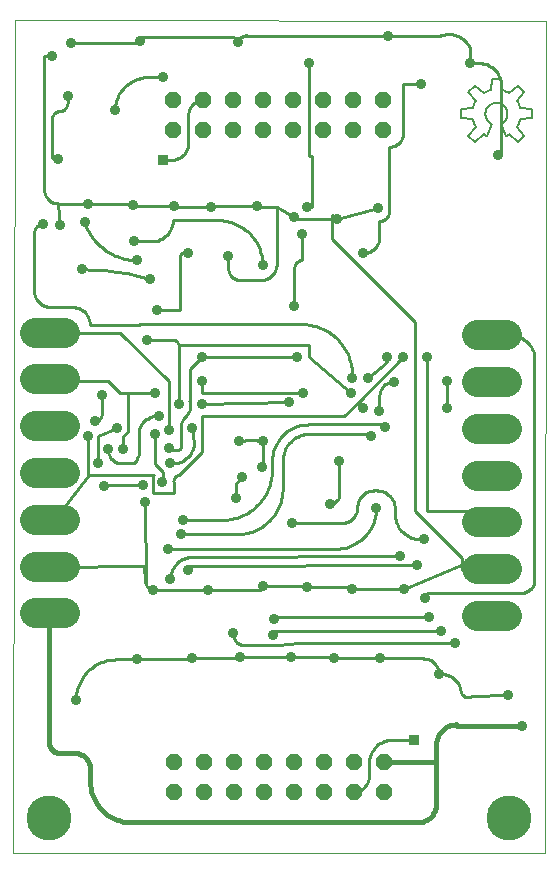
<source format=gtl>
G75*
G70*
%OFA0B0*%
%FSLAX24Y24*%
%IPPOS*%
%LPD*%
%AMOC8*
5,1,8,0,0,1.08239X$1,22.5*
%
%ADD10C,0.0000*%
%ADD11C,0.1004*%
%ADD12OC8,0.0560*%
%ADD13C,0.0356*%
%ADD14C,0.0100*%
%ADD15C,0.0360*%
%ADD16C,0.0160*%
%ADD17R,0.0356X0.0356*%
%ADD18C,0.0079*%
%ADD19C,0.1502*%
D10*
X000860Y000100D02*
X000900Y027856D01*
X018601Y027844D01*
X018577Y000100D01*
X000860Y000100D01*
D11*
X001587Y008096D02*
X002591Y008096D01*
X002591Y009655D02*
X001587Y009655D01*
X001587Y011214D02*
X002591Y011214D01*
X002591Y012773D02*
X001587Y012773D01*
X001587Y014332D02*
X002591Y014332D01*
X002591Y015891D02*
X001587Y015891D01*
X001587Y017450D02*
X002591Y017450D01*
X016311Y017364D02*
X017315Y017364D01*
X017315Y015805D02*
X016311Y015805D01*
X016311Y014246D02*
X017315Y014246D01*
X017315Y012687D02*
X016311Y012687D01*
X016311Y011128D02*
X017315Y011128D01*
X017315Y009569D02*
X016311Y009569D01*
X016311Y008009D02*
X017315Y008009D01*
D12*
X013215Y003155D03*
X013215Y002155D03*
X012215Y002155D03*
X012215Y003155D03*
X011215Y003155D03*
X011215Y002155D03*
X010215Y002155D03*
X010215Y003155D03*
X009215Y003155D03*
X009215Y002155D03*
X008215Y002155D03*
X008215Y003155D03*
X007215Y003155D03*
X007215Y002155D03*
X006215Y002155D03*
X006215Y003155D03*
X006199Y024198D03*
X006199Y025198D03*
X007199Y025198D03*
X007199Y024198D03*
X008199Y024198D03*
X008199Y025198D03*
X009199Y025198D03*
X009199Y024198D03*
X010199Y024198D03*
X010199Y025198D03*
X011199Y025198D03*
X011199Y024198D03*
X012199Y024198D03*
X012199Y025198D03*
X013199Y025198D03*
X013199Y024198D03*
D13*
X014443Y025730D03*
X013341Y027344D03*
X010703Y026439D03*
X008341Y027147D03*
X005860Y025966D03*
X005073Y027187D03*
X004246Y024864D03*
X002671Y025336D03*
X002160Y026675D03*
X002790Y027108D03*
X002357Y023250D03*
X003341Y021754D03*
X003238Y021131D03*
X002430Y021050D03*
X001845Y021084D03*
X003140Y019560D03*
X004876Y020494D03*
X004985Y019876D03*
X005400Y019250D03*
X005664Y018210D03*
X005320Y017200D03*
X003813Y015376D03*
X003577Y014509D03*
X004325Y014273D03*
X004503Y013574D03*
X003695Y013092D03*
X003892Y012344D03*
X005191Y012383D03*
X005820Y012480D03*
X006097Y013092D03*
X005585Y014076D03*
X006804Y014283D03*
X008380Y013840D03*
X009140Y012980D03*
X008470Y012640D03*
X008280Y011940D03*
X009168Y013840D03*
X010160Y011100D03*
X011412Y011754D03*
X011727Y013171D03*
X012790Y013998D03*
X013065Y014824D03*
X013262Y014313D03*
X012514Y014943D03*
X012671Y015927D03*
X012149Y015936D03*
X013301Y016635D03*
X013538Y015809D03*
X015309Y015848D03*
X015309Y014943D03*
X012960Y011620D03*
X013734Y010021D03*
X014325Y009706D03*
X014551Y010560D03*
X013892Y008919D03*
X014572Y008611D03*
X014719Y007974D03*
X015112Y007502D03*
X015585Y007108D03*
X015050Y006060D03*
X013090Y006590D03*
X011560Y006590D03*
X010112Y006635D03*
X009522Y007383D03*
X009561Y007895D03*
X009168Y008998D03*
X008183Y007423D03*
X008420Y006635D03*
X006805Y006596D03*
X007357Y008880D03*
X006687Y009549D03*
X006097Y009234D03*
X005506Y008880D03*
X006000Y010240D03*
X006451Y010730D03*
X006530Y011202D03*
X004994Y006557D03*
X002947Y005218D03*
X010664Y008958D03*
X012160Y008919D03*
X017360Y005364D03*
X017829Y004352D03*
X010231Y018347D03*
X009168Y019706D03*
X008026Y020021D03*
X007435Y021635D03*
X006687Y020100D03*
X006215Y021675D03*
X004837Y021714D03*
X008971Y021675D03*
X010231Y021320D03*
X010664Y021635D03*
X010467Y020730D03*
X011648Y021242D03*
X012514Y020100D03*
X013026Y021596D03*
X016097Y026439D03*
X017002Y023368D03*
D14*
X017022Y023370D01*
X017042Y023375D01*
X017061Y023384D01*
X017078Y023396D01*
X017092Y023410D01*
X017104Y023427D01*
X017113Y023446D01*
X017118Y023466D01*
X017120Y023486D01*
X017120Y025691D01*
X017118Y025744D01*
X017112Y025797D01*
X017103Y025850D01*
X017090Y025902D01*
X017073Y025952D01*
X017052Y026002D01*
X017029Y026049D01*
X017001Y026095D01*
X016971Y026139D01*
X016937Y026181D01*
X016901Y026220D01*
X016862Y026256D01*
X016820Y026290D01*
X016776Y026320D01*
X016730Y026348D01*
X016683Y026371D01*
X016633Y026392D01*
X016583Y026409D01*
X016531Y026422D01*
X016478Y026431D01*
X016425Y026437D01*
X016372Y026439D01*
X016097Y026439D01*
X016097Y026911D01*
X016096Y026911D02*
X016075Y026960D01*
X016049Y027008D01*
X016021Y027053D01*
X015990Y027097D01*
X015955Y027138D01*
X015918Y027177D01*
X015879Y027213D01*
X015837Y027247D01*
X015793Y027277D01*
X015747Y027305D01*
X015699Y027329D01*
X015649Y027350D01*
X015599Y027367D01*
X015547Y027381D01*
X015494Y027392D01*
X015441Y027399D01*
X015387Y027402D01*
X015334Y027401D01*
X015280Y027397D01*
X015227Y027389D01*
X015175Y027378D01*
X015123Y027363D01*
X015073Y027344D01*
X013341Y027344D01*
X008695Y027344D01*
X008695Y027345D02*
X008663Y027352D01*
X008631Y027356D01*
X008599Y027356D01*
X008567Y027352D01*
X008536Y027345D01*
X008506Y027334D01*
X008477Y027320D01*
X008449Y027303D01*
X008424Y027283D01*
X008402Y027260D01*
X008382Y027235D01*
X008365Y027207D01*
X008351Y027178D01*
X008340Y027148D01*
X008341Y027148D02*
X008330Y027176D01*
X008316Y027202D01*
X008298Y027226D01*
X008278Y027248D01*
X008255Y027268D01*
X008230Y027285D01*
X008203Y027298D01*
X008174Y027308D01*
X008145Y027315D01*
X008115Y027318D01*
X008085Y027317D01*
X008055Y027313D01*
X008026Y027305D01*
X005191Y027305D01*
X005171Y027303D01*
X005151Y027298D01*
X005132Y027289D01*
X005115Y027277D01*
X005101Y027263D01*
X005089Y027246D01*
X005080Y027227D01*
X005075Y027207D01*
X005073Y027187D01*
X005062Y027166D01*
X005048Y027147D01*
X005031Y027131D01*
X005012Y027117D01*
X004991Y027107D01*
X004968Y027100D01*
X004945Y027096D01*
X004921Y027097D01*
X004898Y027101D01*
X004876Y027108D01*
X002790Y027108D01*
X002160Y026675D02*
X001884Y026675D01*
X001884Y022226D01*
X001885Y022226D02*
X001887Y022185D01*
X001892Y022144D01*
X001901Y022104D01*
X001913Y022065D01*
X001929Y022027D01*
X001948Y021990D01*
X001970Y021955D01*
X001995Y021923D01*
X002023Y021892D01*
X002054Y021864D01*
X002086Y021839D01*
X002121Y021817D01*
X002158Y021798D01*
X002196Y021782D01*
X002235Y021770D01*
X002275Y021761D01*
X002316Y021756D01*
X002357Y021754D01*
X002430Y021050D01*
X001845Y021084D02*
X001845Y020966D01*
X001845Y021084D02*
X001813Y021082D01*
X001782Y021077D01*
X001751Y021068D01*
X001722Y021056D01*
X001694Y021040D01*
X001668Y021022D01*
X001644Y021001D01*
X001623Y020977D01*
X001605Y020951D01*
X001589Y020923D01*
X001577Y020894D01*
X001568Y020863D01*
X001563Y020832D01*
X001561Y020800D01*
X001560Y020800D02*
X001560Y020740D01*
X001552Y020738D01*
X001546Y020734D01*
X001542Y020728D01*
X001540Y020720D01*
X001540Y018870D01*
X001542Y018825D01*
X001547Y018781D01*
X001556Y018737D01*
X001568Y018694D01*
X001583Y018652D01*
X001602Y018611D01*
X001624Y018572D01*
X001649Y018535D01*
X001677Y018500D01*
X001707Y018467D01*
X001740Y018437D01*
X001775Y018409D01*
X001812Y018384D01*
X001851Y018362D01*
X001892Y018343D01*
X001934Y018328D01*
X001977Y018316D01*
X002021Y018307D01*
X002065Y018302D01*
X002110Y018300D01*
X002830Y018300D01*
X002876Y018298D01*
X002921Y018293D01*
X002965Y018284D01*
X003009Y018272D01*
X003052Y018256D01*
X003093Y018237D01*
X003133Y018215D01*
X003171Y018189D01*
X003207Y018161D01*
X003240Y018130D01*
X003271Y018097D01*
X003299Y018061D01*
X003325Y018023D01*
X003347Y017983D01*
X003366Y017942D01*
X003382Y017899D01*
X003394Y017855D01*
X003403Y017811D01*
X003408Y017766D01*
X003410Y017720D01*
X005055Y017720D01*
X005062Y017721D01*
X005068Y017725D01*
X005072Y017731D01*
X005073Y017738D01*
X010546Y017738D01*
X010231Y018347D02*
X010231Y019628D01*
X010233Y019656D01*
X010238Y019684D01*
X010246Y019712D01*
X010258Y019738D01*
X010273Y019762D01*
X010290Y019784D01*
X010311Y019805D01*
X010333Y019822D01*
X010357Y019837D01*
X010383Y019849D01*
X010411Y019857D01*
X010439Y019862D01*
X010467Y019864D01*
X010467Y020730D01*
X010309Y021242D02*
X011648Y021242D01*
X011490Y021360D01*
X011490Y020572D01*
X014246Y017817D01*
X014246Y011517D01*
X015821Y009943D01*
X015821Y009549D01*
X016609Y009549D01*
X016813Y009569D01*
X016811Y009607D01*
X016806Y009645D01*
X016797Y009682D01*
X016785Y009718D01*
X016770Y009753D01*
X016751Y009786D01*
X016730Y009818D01*
X016705Y009847D01*
X016678Y009874D01*
X016649Y009899D01*
X016617Y009920D01*
X016584Y009939D01*
X016549Y009954D01*
X016513Y009966D01*
X016476Y009975D01*
X016438Y009980D01*
X016400Y009982D01*
X013892Y008919D01*
X012160Y008919D01*
X012146Y008916D01*
X012132Y008916D01*
X012119Y008920D01*
X012106Y008926D01*
X012096Y008935D01*
X012087Y008946D01*
X012081Y008958D01*
X010664Y008958D01*
X010664Y008959D02*
X010658Y008971D01*
X010649Y008982D01*
X010639Y008991D01*
X010626Y008997D01*
X010613Y009001D01*
X010599Y009001D01*
X010585Y008998D01*
X009168Y008998D01*
X009167Y008998D02*
X009169Y008980D01*
X009168Y008963D01*
X009164Y008946D01*
X009157Y008930D01*
X009147Y008915D01*
X009135Y008903D01*
X009121Y008893D01*
X009105Y008885D01*
X009089Y008880D01*
X007357Y008880D01*
X005506Y008880D01*
X005506Y008879D02*
X005476Y008884D01*
X005446Y008892D01*
X005417Y008904D01*
X005390Y008919D01*
X005364Y008936D01*
X005341Y008957D01*
X005320Y008980D01*
X005301Y009005D01*
X005286Y009032D01*
X005274Y009060D01*
X005265Y009090D01*
X005259Y009121D01*
X005257Y009152D01*
X005258Y009183D01*
X005229Y009660D01*
X005270Y009116D01*
X005260Y011802D01*
X005520Y012110D02*
X005500Y012130D01*
X005500Y012660D01*
X005560Y012720D01*
X003341Y012710D01*
X003341Y013998D01*
X003695Y013998D02*
X003695Y013092D01*
X003341Y012710D02*
X003341Y012659D01*
X002435Y011517D01*
X002089Y011214D01*
X003141Y019560D02*
X003522Y019553D01*
X003903Y019528D01*
X004282Y019485D01*
X004658Y019424D01*
X005032Y019346D01*
X005401Y019250D01*
X005664Y018210D02*
X006412Y018210D01*
X006412Y020021D01*
X006412Y020022D02*
X006426Y020044D01*
X006443Y020064D01*
X006463Y020082D01*
X006485Y020097D01*
X006508Y020109D01*
X006533Y020118D01*
X006559Y020124D01*
X006586Y020126D01*
X006612Y020125D01*
X006638Y020120D01*
X006664Y020112D01*
X006688Y020100D01*
X006175Y021202D02*
X007671Y021202D01*
X007436Y021635D02*
X007437Y021645D01*
X007441Y021654D01*
X007447Y021663D01*
X007456Y021669D01*
X007465Y021673D01*
X007475Y021674D01*
X007475Y021675D02*
X008971Y021675D01*
X008972Y021665D01*
X008976Y021655D01*
X008982Y021647D01*
X008991Y021641D01*
X009000Y021637D01*
X009010Y021636D01*
X009010Y021635D02*
X009640Y021635D01*
X009640Y019746D01*
X009638Y019700D01*
X009632Y019655D01*
X009623Y019611D01*
X009610Y019567D01*
X009594Y019525D01*
X009574Y019484D01*
X009550Y019445D01*
X009524Y019408D01*
X009494Y019373D01*
X009462Y019341D01*
X009427Y019311D01*
X009390Y019285D01*
X009351Y019261D01*
X009310Y019241D01*
X009268Y019225D01*
X009224Y019212D01*
X009180Y019203D01*
X009135Y019197D01*
X009089Y019195D01*
X009089Y019194D02*
X008420Y019194D01*
X008381Y019196D01*
X008343Y019202D01*
X008306Y019211D01*
X008269Y019224D01*
X008234Y019241D01*
X008201Y019260D01*
X008170Y019283D01*
X008141Y019309D01*
X008115Y019338D01*
X008092Y019369D01*
X008073Y019402D01*
X008056Y019437D01*
X008043Y019474D01*
X008034Y019511D01*
X008028Y019549D01*
X008026Y019588D01*
X008026Y020021D01*
X009167Y019706D02*
X009165Y019782D01*
X009159Y019857D01*
X009150Y019933D01*
X009136Y020007D01*
X009119Y020081D01*
X009098Y020154D01*
X009074Y020226D01*
X009046Y020296D01*
X009014Y020365D01*
X008979Y020432D01*
X008941Y020497D01*
X008899Y020561D01*
X008854Y020622D01*
X008806Y020680D01*
X008755Y020737D01*
X008702Y020790D01*
X008645Y020841D01*
X008587Y020889D01*
X008526Y020934D01*
X008462Y020976D01*
X008397Y021014D01*
X008330Y021049D01*
X008261Y021081D01*
X008191Y021109D01*
X008119Y021133D01*
X008046Y021154D01*
X007972Y021171D01*
X007898Y021185D01*
X007822Y021194D01*
X007747Y021200D01*
X007671Y021202D01*
X007435Y021635D02*
X006254Y021635D01*
X006254Y021636D02*
X006244Y021637D01*
X006235Y021641D01*
X006226Y021647D01*
X006220Y021655D01*
X006216Y021665D01*
X006215Y021675D01*
X004876Y021675D01*
X004866Y021676D01*
X004857Y021680D01*
X004848Y021686D01*
X004842Y021694D01*
X004838Y021704D01*
X004837Y021714D01*
X004836Y021714D02*
X004835Y021724D01*
X004831Y021733D01*
X004825Y021742D01*
X004817Y021748D01*
X004807Y021752D01*
X004797Y021753D01*
X004797Y021754D02*
X003341Y021754D01*
X002357Y021754D01*
X002357Y023250D02*
X002357Y023289D01*
X002160Y023289D01*
X002160Y024509D01*
X002160Y024510D02*
X002153Y024539D01*
X002149Y024569D01*
X002150Y024599D01*
X002154Y024628D01*
X002161Y024658D01*
X002172Y024686D01*
X002187Y024712D01*
X002204Y024736D01*
X002224Y024759D01*
X002247Y024778D01*
X002272Y024795D01*
X002299Y024808D01*
X002327Y024818D01*
X002357Y024825D01*
X002357Y024824D02*
X002390Y024826D01*
X002422Y024831D01*
X002454Y024839D01*
X002485Y024851D01*
X002514Y024866D01*
X002542Y024884D01*
X002568Y024905D01*
X002591Y024928D01*
X002612Y024954D01*
X002630Y024981D01*
X002645Y025011D01*
X002657Y025042D01*
X002665Y025074D01*
X002670Y025106D01*
X002672Y025139D01*
X002671Y025139D02*
X002671Y025336D01*
X003238Y021131D02*
X003266Y021050D01*
X003297Y020971D01*
X003332Y020893D01*
X003370Y020816D01*
X003413Y020742D01*
X003458Y020670D01*
X003508Y020600D01*
X003560Y020532D01*
X003616Y020468D01*
X003674Y020405D01*
X003736Y020346D01*
X003800Y020290D01*
X003867Y020237D01*
X003937Y020187D01*
X004008Y020140D01*
X004082Y020097D01*
X004158Y020058D01*
X004236Y020022D01*
X004315Y019990D01*
X004396Y019962D01*
X004478Y019938D01*
X004561Y019917D01*
X004644Y019901D01*
X004729Y019889D01*
X004814Y019881D01*
X004900Y019877D01*
X004985Y019876D01*
X004876Y020494D02*
X005467Y020494D01*
X005467Y020493D02*
X005518Y020495D01*
X005568Y020500D01*
X005618Y020509D01*
X005667Y020522D01*
X005715Y020538D01*
X005762Y020557D01*
X005807Y020580D01*
X005850Y020606D01*
X005892Y020634D01*
X005931Y020666D01*
X005968Y020701D01*
X006003Y020738D01*
X006035Y020777D01*
X006063Y020819D01*
X006089Y020862D01*
X006112Y020907D01*
X006131Y020954D01*
X006147Y021002D01*
X006160Y021051D01*
X006169Y021101D01*
X006174Y021151D01*
X006176Y021202D01*
X006136Y023210D02*
X005860Y023210D01*
X006136Y023210D02*
X006182Y023212D01*
X006227Y023218D01*
X006271Y023227D01*
X006315Y023240D01*
X006357Y023256D01*
X006398Y023276D01*
X006437Y023300D01*
X006474Y023326D01*
X006509Y023356D01*
X006541Y023388D01*
X006571Y023423D01*
X006597Y023460D01*
X006621Y023499D01*
X006641Y023540D01*
X006657Y023582D01*
X006670Y023626D01*
X006679Y023670D01*
X006685Y023715D01*
X006687Y023761D01*
X006687Y024687D01*
X006689Y024729D01*
X006694Y024771D01*
X006703Y024813D01*
X006715Y024853D01*
X006730Y024893D01*
X006749Y024931D01*
X006770Y024967D01*
X006795Y025001D01*
X006822Y025034D01*
X006852Y025064D01*
X006885Y025091D01*
X006919Y025116D01*
X006955Y025137D01*
X006993Y025156D01*
X007033Y025171D01*
X007073Y025183D01*
X007115Y025192D01*
X007157Y025197D01*
X007199Y025199D01*
X005939Y025966D02*
X005860Y025966D01*
X005349Y025966D01*
X005285Y025964D01*
X005221Y025959D01*
X005158Y025949D01*
X005095Y025936D01*
X005033Y025920D01*
X004972Y025900D01*
X004913Y025876D01*
X004854Y025849D01*
X004798Y025818D01*
X004743Y025785D01*
X004691Y025748D01*
X004641Y025708D01*
X004593Y025666D01*
X004547Y025620D01*
X004505Y025572D01*
X004465Y025522D01*
X004428Y025470D01*
X004395Y025415D01*
X004364Y025359D01*
X004337Y025300D01*
X004313Y025241D01*
X004293Y025180D01*
X004277Y025118D01*
X004264Y025055D01*
X004254Y024992D01*
X004249Y024928D01*
X004247Y024864D01*
X004404Y017423D02*
X002435Y017423D01*
X002089Y017450D01*
X002089Y015891D02*
X002435Y015848D01*
X004010Y015848D01*
X004404Y015454D01*
X004679Y015454D01*
X004679Y014155D01*
X004522Y013998D01*
X004503Y013574D01*
X004443Y013092D02*
X004402Y013096D01*
X004360Y013104D01*
X004320Y013115D01*
X004281Y013130D01*
X004244Y013149D01*
X004208Y013171D01*
X004175Y013196D01*
X004144Y013224D01*
X004115Y013255D01*
X004090Y013288D01*
X004068Y013323D01*
X004049Y013361D01*
X004034Y013400D01*
X004022Y013440D01*
X004015Y013481D01*
X004011Y013523D01*
X004010Y013565D01*
X003695Y013998D02*
X004325Y014273D01*
X003813Y014746D02*
X003813Y015376D01*
X003813Y014746D02*
X003811Y014718D01*
X003806Y014690D01*
X003798Y014662D01*
X003786Y014636D01*
X003771Y014612D01*
X003754Y014590D01*
X003733Y014569D01*
X003711Y014552D01*
X003687Y014537D01*
X003661Y014525D01*
X003633Y014517D01*
X003605Y014512D01*
X003577Y014510D01*
X004443Y013092D02*
X004797Y013092D01*
X004822Y013094D01*
X004846Y013099D01*
X004870Y013107D01*
X004892Y013118D01*
X004913Y013131D01*
X004932Y013148D01*
X004949Y013167D01*
X004962Y013187D01*
X004973Y013210D01*
X004981Y013234D01*
X004986Y013258D01*
X004988Y013283D01*
X004988Y013315D01*
X004988Y013314D02*
X005000Y013316D01*
X005011Y013320D01*
X005021Y013327D01*
X005028Y013337D01*
X005032Y013348D01*
X005034Y013360D01*
X005034Y014116D01*
X005585Y014076D02*
X005585Y013076D01*
X005840Y012820D01*
X005840Y012500D01*
X005820Y012480D01*
X006220Y012400D02*
X006220Y012110D01*
X005520Y012110D01*
X005191Y012383D02*
X003931Y012383D01*
X003921Y012382D01*
X003912Y012378D01*
X003903Y012372D01*
X003897Y012363D01*
X003893Y012354D01*
X003892Y012344D01*
X005034Y014116D02*
X005040Y014164D01*
X005051Y014211D01*
X005064Y014257D01*
X005082Y014302D01*
X005103Y014345D01*
X005127Y014387D01*
X005155Y014426D01*
X005185Y014463D01*
X005218Y014498D01*
X005254Y014530D01*
X005293Y014559D01*
X005333Y014585D01*
X005376Y014608D01*
X005420Y014627D01*
X005465Y014643D01*
X005512Y014656D01*
X005559Y014664D01*
X005607Y014669D01*
X005655Y014670D01*
X005703Y014667D01*
X006057Y014194D02*
X006057Y015848D01*
X004404Y017423D01*
X005320Y017200D02*
X006201Y017200D01*
X006225Y017198D01*
X006249Y017193D01*
X006272Y017185D01*
X006293Y017173D01*
X006313Y017158D01*
X006330Y017141D01*
X006345Y017121D01*
X006357Y017100D01*
X006365Y017077D01*
X006370Y017053D01*
X006372Y017029D01*
X006372Y015061D01*
X006727Y015178D02*
X006740Y015141D01*
X006750Y015102D01*
X006757Y015063D01*
X006760Y015023D01*
X006759Y014983D01*
X006756Y014943D01*
X006748Y014904D01*
X006738Y014865D01*
X006724Y014828D01*
X006706Y014792D01*
X006686Y014757D01*
X006663Y014725D01*
X006637Y014694D01*
X006609Y014666D01*
X006804Y014283D02*
X006884Y013761D01*
X007160Y013486D02*
X006372Y012698D01*
X006329Y012698D01*
X006329Y012699D02*
X006305Y012686D01*
X006283Y012670D01*
X006263Y012652D01*
X006245Y012631D01*
X006230Y012609D01*
X006218Y012584D01*
X006208Y012559D01*
X006202Y012532D01*
X006199Y012505D01*
X006200Y012478D01*
X006203Y012451D01*
X006210Y012425D01*
X006220Y012400D01*
X006530Y011202D02*
X007829Y011202D01*
X008301Y010730D02*
X006451Y010730D01*
X006000Y010240D02*
X011580Y010240D01*
X011790Y011100D02*
X010160Y011100D01*
X009837Y012265D02*
X009837Y013171D01*
X009483Y013171D02*
X009483Y012935D01*
X009168Y013007D02*
X009168Y013840D01*
X009167Y013007D02*
X009166Y012999D01*
X009162Y012991D01*
X009156Y012985D01*
X009148Y012981D01*
X009140Y012980D01*
X008470Y012640D02*
X008280Y012410D01*
X008280Y011940D01*
X008301Y010730D02*
X008376Y010732D01*
X008451Y010737D01*
X008526Y010747D01*
X008600Y010759D01*
X008674Y010776D01*
X008747Y010796D01*
X008818Y010820D01*
X008888Y010847D01*
X008957Y010877D01*
X009025Y010911D01*
X009090Y010948D01*
X009154Y010989D01*
X009215Y011032D01*
X009275Y011078D01*
X009332Y011128D01*
X009386Y011180D01*
X009438Y011234D01*
X009488Y011291D01*
X009534Y011351D01*
X009577Y011412D01*
X009618Y011476D01*
X009655Y011541D01*
X009689Y011609D01*
X009719Y011678D01*
X009746Y011748D01*
X009770Y011819D01*
X009790Y011892D01*
X009807Y011966D01*
X009819Y012040D01*
X009829Y012115D01*
X009834Y012190D01*
X009836Y012265D01*
X009483Y013171D02*
X009485Y013239D01*
X009491Y013308D01*
X009500Y013375D01*
X009514Y013442D01*
X009531Y013509D01*
X009551Y013574D01*
X009576Y013638D01*
X009604Y013700D01*
X009635Y013761D01*
X009670Y013820D01*
X009708Y013877D01*
X009749Y013932D01*
X009793Y013984D01*
X009840Y014034D01*
X009890Y014081D01*
X009942Y014125D01*
X009997Y014166D01*
X010054Y014204D01*
X010113Y014239D01*
X010174Y014270D01*
X010236Y014298D01*
X010300Y014323D01*
X010365Y014343D01*
X010432Y014360D01*
X010499Y014374D01*
X010566Y014383D01*
X010635Y014389D01*
X010703Y014391D01*
X013183Y014391D01*
X013183Y014392D02*
X013198Y014390D01*
X013213Y014386D01*
X013227Y014379D01*
X013239Y014369D01*
X013249Y014357D01*
X013256Y014343D01*
X013260Y014328D01*
X013262Y014313D01*
X013065Y014824D02*
X013065Y015376D01*
X013069Y015417D01*
X013077Y015459D01*
X013088Y015499D01*
X013103Y015538D01*
X013122Y015575D01*
X013144Y015611D01*
X013169Y015644D01*
X013197Y015675D01*
X013228Y015704D01*
X013261Y015729D01*
X013296Y015751D01*
X013334Y015770D01*
X013373Y015785D01*
X013413Y015797D01*
X013454Y015804D01*
X013496Y015808D01*
X013538Y015809D01*
X013301Y016478D02*
X012671Y015927D01*
X012120Y015454D02*
X010703Y016635D01*
X010703Y017029D01*
X006372Y017029D01*
X006766Y016242D02*
X006766Y015179D01*
X006727Y015179D01*
X007160Y015061D02*
X010034Y015139D01*
X010506Y015454D02*
X007160Y015454D01*
X007160Y015848D01*
X006766Y016242D02*
X007160Y016635D01*
X010309Y016635D01*
X010545Y017737D02*
X010626Y017730D01*
X010706Y017720D01*
X010786Y017706D01*
X010865Y017688D01*
X010944Y017666D01*
X011021Y017640D01*
X011096Y017611D01*
X011171Y017578D01*
X011243Y017542D01*
X011314Y017503D01*
X011383Y017460D01*
X011450Y017413D01*
X011514Y017364D01*
X011576Y017312D01*
X011635Y017257D01*
X011692Y017199D01*
X011746Y017138D01*
X011797Y017075D01*
X011845Y017009D01*
X011890Y016942D01*
X011931Y016872D01*
X011970Y016800D01*
X012004Y016727D01*
X012035Y016652D01*
X012063Y016576D01*
X012087Y016498D01*
X012107Y016420D01*
X012123Y016340D01*
X012136Y016260D01*
X012145Y016179D01*
X012150Y016098D01*
X012151Y016017D01*
X012148Y015936D01*
X012337Y015120D02*
X013853Y016635D01*
X013301Y016635D02*
X013301Y016478D01*
X012337Y015120D02*
X011884Y014667D01*
X007160Y014667D01*
X007160Y013486D01*
X006451Y014313D02*
X006453Y014353D01*
X006458Y014392D01*
X006466Y014431D01*
X006477Y014470D01*
X006492Y014507D01*
X006510Y014542D01*
X006530Y014577D01*
X006554Y014609D01*
X006580Y014639D01*
X006608Y014667D01*
X006451Y013603D02*
X006425Y013582D01*
X006397Y013564D01*
X006367Y013550D01*
X006336Y013539D01*
X006304Y013531D01*
X006271Y013527D01*
X006237Y013527D01*
X006204Y013531D01*
X006172Y013539D01*
X006141Y013550D01*
X006111Y013564D01*
X006083Y013582D01*
X006057Y013603D01*
X006097Y013091D02*
X006149Y013089D01*
X006201Y013090D01*
X006253Y013095D01*
X006305Y013104D01*
X006355Y013117D01*
X006405Y013133D01*
X006453Y013152D01*
X006500Y013175D01*
X006545Y013201D01*
X006588Y013231D01*
X006629Y013263D01*
X006668Y013298D01*
X006704Y013336D01*
X006737Y013376D01*
X006767Y013419D01*
X006794Y013464D01*
X006818Y013510D01*
X006838Y013558D01*
X006855Y013607D01*
X006869Y013658D01*
X006879Y013709D01*
X006885Y013761D01*
X009483Y012934D02*
X009482Y012854D01*
X009479Y012773D01*
X009471Y012693D01*
X009459Y012613D01*
X009444Y012534D01*
X009425Y012456D01*
X009402Y012379D01*
X009376Y012302D01*
X009346Y012228D01*
X009312Y012154D01*
X009275Y012083D01*
X009235Y012013D01*
X009192Y011945D01*
X009145Y011880D01*
X009095Y011816D01*
X009042Y011755D01*
X008986Y011697D01*
X008928Y011642D01*
X008867Y011589D01*
X008804Y011539D01*
X008738Y011492D01*
X008670Y011449D01*
X008601Y011409D01*
X008529Y011372D01*
X008456Y011338D01*
X008381Y011308D01*
X008305Y011282D01*
X008227Y011259D01*
X008149Y011240D01*
X008070Y011225D01*
X007990Y011214D01*
X007910Y011206D01*
X007829Y011202D01*
X008380Y013841D02*
X008511Y013854D01*
X008642Y013862D01*
X008774Y013865D01*
X008906Y013862D01*
X009037Y013854D01*
X009168Y013841D01*
X010742Y014076D02*
X012711Y014076D01*
X012711Y014077D02*
X012726Y014075D01*
X012741Y014071D01*
X012755Y014064D01*
X012767Y014054D01*
X012777Y014042D01*
X012784Y014028D01*
X012788Y014013D01*
X012790Y013998D01*
X012514Y014943D02*
X012512Y014968D01*
X012507Y014993D01*
X012498Y015017D01*
X012486Y015039D01*
X012471Y015059D01*
X012453Y015077D01*
X012433Y015092D01*
X012411Y015104D01*
X012387Y015113D01*
X012362Y015118D01*
X012337Y015120D01*
X011727Y013171D02*
X011727Y012069D01*
X011725Y012036D01*
X011720Y012004D01*
X011712Y011972D01*
X011700Y011941D01*
X011685Y011911D01*
X011667Y011884D01*
X011646Y011858D01*
X011623Y011835D01*
X011597Y011814D01*
X011569Y011796D01*
X011540Y011781D01*
X011509Y011769D01*
X011477Y011761D01*
X011445Y011756D01*
X011412Y011754D01*
X011580Y010240D02*
X011652Y010242D01*
X011724Y010248D01*
X011796Y010257D01*
X011867Y010270D01*
X011937Y010287D01*
X012006Y010308D01*
X012075Y010332D01*
X012141Y010359D01*
X012207Y010390D01*
X012270Y010425D01*
X012332Y010463D01*
X012391Y010504D01*
X012448Y010548D01*
X012503Y010594D01*
X012556Y010644D01*
X012606Y010697D01*
X012652Y010752D01*
X012696Y010809D01*
X012737Y010868D01*
X012775Y010930D01*
X012810Y010993D01*
X012841Y011059D01*
X012868Y011125D01*
X012892Y011194D01*
X012913Y011263D01*
X012930Y011333D01*
X012943Y011404D01*
X012952Y011476D01*
X012958Y011548D01*
X012960Y011620D01*
X012970Y012190D02*
X013018Y012188D01*
X013065Y012182D01*
X013112Y012173D01*
X013159Y012160D01*
X013203Y012144D01*
X013247Y012124D01*
X013289Y012100D01*
X013329Y012074D01*
X013366Y012044D01*
X013401Y012011D01*
X013434Y011976D01*
X013464Y011939D01*
X013490Y011899D01*
X013514Y011857D01*
X013534Y011813D01*
X013550Y011769D01*
X013563Y011722D01*
X013572Y011675D01*
X013578Y011628D01*
X013580Y011580D01*
X013580Y011430D01*
X012880Y012190D02*
X012835Y012188D01*
X012789Y012182D01*
X012745Y012173D01*
X012701Y012160D01*
X012659Y012144D01*
X012618Y012124D01*
X012579Y012100D01*
X012542Y012074D01*
X012507Y012045D01*
X012475Y012013D01*
X012446Y011978D01*
X012420Y011941D01*
X012396Y011902D01*
X012376Y011861D01*
X012360Y011819D01*
X012347Y011775D01*
X012338Y011731D01*
X012332Y011685D01*
X012330Y011640D01*
X012328Y011595D01*
X012323Y011551D01*
X012313Y011507D01*
X012301Y011465D01*
X012285Y011423D01*
X012265Y011383D01*
X012242Y011345D01*
X012216Y011308D01*
X012187Y011274D01*
X012156Y011243D01*
X012122Y011214D01*
X012085Y011188D01*
X012047Y011165D01*
X012007Y011145D01*
X011965Y011129D01*
X011923Y011117D01*
X011879Y011107D01*
X011835Y011102D01*
X011790Y011100D01*
X012880Y012190D02*
X012970Y012190D01*
X013580Y011430D02*
X013581Y011372D01*
X013585Y011314D01*
X013594Y011256D01*
X013606Y011199D01*
X013623Y011144D01*
X013643Y011089D01*
X013667Y011036D01*
X013694Y010985D01*
X013725Y010935D01*
X013759Y010888D01*
X013796Y010844D01*
X013836Y010802D01*
X013879Y010762D01*
X013924Y010726D01*
X013972Y010693D01*
X014022Y010664D01*
X014074Y010638D01*
X014128Y010615D01*
X014182Y010596D01*
X014239Y010581D01*
X014296Y010570D01*
X014353Y010563D01*
X014411Y010559D01*
X014411Y010560D02*
X014551Y010560D01*
X014325Y009706D02*
X006805Y009667D01*
X006785Y009665D01*
X006765Y009660D01*
X006746Y009651D01*
X006729Y009639D01*
X006715Y009625D01*
X006703Y009608D01*
X006694Y009589D01*
X006689Y009569D01*
X006687Y009549D01*
X006845Y009982D02*
X006792Y009980D01*
X006739Y009974D01*
X006686Y009965D01*
X006634Y009952D01*
X006584Y009935D01*
X006534Y009914D01*
X006487Y009891D01*
X006441Y009863D01*
X006397Y009833D01*
X006355Y009799D01*
X006316Y009763D01*
X006280Y009724D01*
X006246Y009682D01*
X006216Y009638D01*
X006188Y009592D01*
X006165Y009545D01*
X006144Y009495D01*
X006127Y009445D01*
X006114Y009393D01*
X006105Y009340D01*
X006099Y009287D01*
X006097Y009234D01*
X005229Y009660D02*
X002089Y009655D01*
X004286Y006557D02*
X004994Y006557D01*
X006766Y006557D01*
X006776Y006558D01*
X006785Y006562D01*
X006794Y006568D01*
X006800Y006576D01*
X006804Y006586D01*
X006805Y006596D01*
X008380Y006596D01*
X008390Y006597D01*
X008399Y006601D01*
X008408Y006607D01*
X008414Y006615D01*
X008418Y006625D01*
X008419Y006635D01*
X008420Y006635D02*
X010112Y006635D01*
X010100Y006640D02*
X011450Y006640D01*
X011450Y006650D01*
X011560Y006590D02*
X013090Y006590D01*
X014520Y006590D01*
X014564Y006588D01*
X014607Y006583D01*
X014650Y006574D01*
X014692Y006561D01*
X014733Y006545D01*
X014772Y006526D01*
X014810Y006504D01*
X014846Y006478D01*
X014879Y006450D01*
X014910Y006419D01*
X014938Y006386D01*
X014964Y006350D01*
X014986Y006312D01*
X015005Y006273D01*
X015021Y006232D01*
X015034Y006190D01*
X015043Y006147D01*
X015048Y006104D01*
X015050Y006060D01*
X015099Y006066D01*
X015148Y006068D01*
X015196Y006066D01*
X015245Y006061D01*
X015293Y006052D01*
X015340Y006039D01*
X015385Y006022D01*
X015430Y006002D01*
X015472Y005978D01*
X015513Y005952D01*
X015551Y005922D01*
X015587Y005889D01*
X015621Y005853D01*
X015651Y005815D01*
X015678Y005774D01*
X015702Y005732D01*
X015723Y005688D01*
X015739Y005642D01*
X015753Y005595D01*
X015762Y005547D01*
X015768Y005499D01*
X015770Y005450D01*
X015771Y005450D02*
X015786Y005424D01*
X015803Y005399D01*
X015824Y005376D01*
X015846Y005356D01*
X015871Y005339D01*
X015898Y005324D01*
X015926Y005313D01*
X015955Y005305D01*
X015985Y005300D01*
X016015Y005298D01*
X016045Y005300D01*
X016075Y005305D01*
X016104Y005313D01*
X016132Y005325D01*
X017360Y005364D01*
X015585Y007108D02*
X010388Y007108D01*
X009679Y007029D01*
X008577Y007029D01*
X008538Y007031D01*
X008500Y007037D01*
X008463Y007046D01*
X008426Y007059D01*
X008391Y007076D01*
X008358Y007095D01*
X008327Y007118D01*
X008298Y007144D01*
X008272Y007173D01*
X008249Y007204D01*
X008230Y007237D01*
X008213Y007272D01*
X008200Y007309D01*
X008191Y007346D01*
X008185Y007384D01*
X008183Y007423D01*
X009522Y007974D02*
X014719Y007974D01*
X015112Y007502D02*
X009561Y007502D01*
X009562Y007502D02*
X009547Y007493D01*
X009535Y007481D01*
X009525Y007467D01*
X009518Y007451D01*
X009514Y007434D01*
X009513Y007417D01*
X009516Y007400D01*
X009522Y007384D01*
X009561Y007895D02*
X009549Y007901D01*
X009538Y007910D01*
X009529Y007920D01*
X009523Y007933D01*
X009519Y007946D01*
X009519Y007960D01*
X009522Y007974D01*
X006845Y009982D02*
X013734Y010021D01*
X014640Y011517D02*
X014640Y016635D01*
X015309Y015848D02*
X015309Y014943D01*
X016813Y017364D02*
X017447Y017364D01*
X017501Y017362D01*
X017554Y017357D01*
X017607Y017348D01*
X017659Y017335D01*
X017710Y017319D01*
X017759Y017299D01*
X017808Y017276D01*
X017854Y017250D01*
X017899Y017221D01*
X017942Y017188D01*
X017982Y017153D01*
X018020Y017115D01*
X018055Y017075D01*
X018088Y017032D01*
X018117Y016987D01*
X018143Y016941D01*
X018166Y016892D01*
X018186Y016843D01*
X018202Y016792D01*
X018215Y016740D01*
X018224Y016687D01*
X018229Y016634D01*
X018231Y016580D01*
X018230Y016580D02*
X018230Y009210D01*
X018228Y009170D01*
X018223Y009131D01*
X018214Y009092D01*
X018201Y009055D01*
X018185Y009018D01*
X018166Y008984D01*
X018143Y008951D01*
X018118Y008920D01*
X018090Y008892D01*
X018059Y008867D01*
X018026Y008844D01*
X017992Y008825D01*
X017955Y008809D01*
X017918Y008796D01*
X017879Y008787D01*
X017840Y008782D01*
X017800Y008780D01*
X014780Y008780D01*
X014781Y008780D02*
X014754Y008781D01*
X014727Y008778D01*
X014700Y008771D01*
X014675Y008761D01*
X014652Y008747D01*
X014631Y008730D01*
X014613Y008710D01*
X014597Y008687D01*
X014585Y008663D01*
X014577Y008637D01*
X014572Y008611D01*
X014640Y011517D02*
X016609Y011517D01*
X016813Y011128D01*
X014207Y003880D02*
X013538Y003880D01*
X013537Y003879D02*
X013484Y003880D01*
X013430Y003877D01*
X013376Y003871D01*
X013324Y003860D01*
X013272Y003847D01*
X013221Y003830D01*
X013171Y003809D01*
X013123Y003785D01*
X013076Y003758D01*
X013032Y003727D01*
X012990Y003694D01*
X012950Y003658D01*
X012912Y003619D01*
X012878Y003578D01*
X012846Y003535D01*
X012817Y003489D01*
X012792Y003442D01*
X012770Y003393D01*
X012751Y003342D01*
X012735Y003291D01*
X012724Y003238D01*
X012716Y003185D01*
X012711Y003131D01*
X012711Y002651D01*
X012709Y002608D01*
X012703Y002565D01*
X012694Y002523D01*
X012681Y002481D01*
X012665Y002441D01*
X012645Y002403D01*
X012621Y002367D01*
X012595Y002332D01*
X012566Y002300D01*
X012534Y002271D01*
X012499Y002245D01*
X012463Y002221D01*
X012425Y002201D01*
X012385Y002185D01*
X012343Y002172D01*
X012301Y002163D01*
X012258Y002157D01*
X012215Y002155D01*
X009836Y013171D02*
X009838Y013230D01*
X009844Y013289D01*
X009853Y013348D01*
X009867Y013405D01*
X009884Y013462D01*
X009905Y013518D01*
X009929Y013572D01*
X009957Y013624D01*
X009989Y013674D01*
X010023Y013723D01*
X010061Y013768D01*
X010101Y013812D01*
X010145Y013852D01*
X010190Y013890D01*
X010239Y013924D01*
X010289Y013956D01*
X010341Y013984D01*
X010395Y014008D01*
X010451Y014029D01*
X010508Y014046D01*
X010565Y014060D01*
X010624Y014069D01*
X010683Y014075D01*
X010742Y014077D01*
X012514Y020100D02*
X012560Y020102D01*
X012605Y020108D01*
X012649Y020117D01*
X012693Y020130D01*
X012735Y020146D01*
X012776Y020166D01*
X012815Y020190D01*
X012852Y020216D01*
X012887Y020246D01*
X012919Y020278D01*
X012949Y020313D01*
X012975Y020350D01*
X012999Y020389D01*
X013019Y020430D01*
X013035Y020472D01*
X013048Y020516D01*
X013057Y020560D01*
X013063Y020605D01*
X013065Y020651D01*
X013065Y021163D01*
X013098Y021165D01*
X013130Y021170D01*
X013162Y021178D01*
X013193Y021190D01*
X013222Y021205D01*
X013250Y021223D01*
X013276Y021244D01*
X013299Y021267D01*
X013320Y021293D01*
X013338Y021320D01*
X013353Y021350D01*
X013365Y021381D01*
X013373Y021413D01*
X013378Y021445D01*
X013380Y021478D01*
X013380Y023643D01*
X013380Y023644D02*
X013421Y023646D01*
X013462Y023651D01*
X013502Y023660D01*
X013541Y023672D01*
X013579Y023688D01*
X013616Y023707D01*
X013651Y023729D01*
X013683Y023754D01*
X013714Y023782D01*
X013742Y023813D01*
X013767Y023845D01*
X013789Y023880D01*
X013808Y023917D01*
X013824Y023955D01*
X013836Y023994D01*
X013845Y024034D01*
X013850Y024075D01*
X013852Y024116D01*
X013853Y024116D02*
X013853Y025730D01*
X014443Y025730D01*
X013026Y021596D02*
X011648Y021242D01*
X010821Y021635D02*
X010821Y023328D01*
X010703Y023328D01*
X010703Y026439D01*
X010664Y021635D02*
X010821Y021635D01*
X010309Y021241D02*
X010294Y021243D01*
X010279Y021247D01*
X010265Y021254D01*
X010253Y021264D01*
X010243Y021276D01*
X010236Y021290D01*
X010232Y021305D01*
X010230Y021320D01*
X010231Y021320D02*
X009640Y021635D01*
X005585Y015454D02*
X004679Y015454D01*
X006451Y014312D02*
X006459Y013958D01*
X006451Y013604D01*
X004286Y006557D02*
X004214Y006555D01*
X004141Y006549D01*
X004069Y006539D01*
X003998Y006526D01*
X003928Y006508D01*
X003858Y006487D01*
X003790Y006462D01*
X003724Y006433D01*
X003659Y006401D01*
X003596Y006365D01*
X003535Y006326D01*
X003476Y006284D01*
X003419Y006239D01*
X003365Y006190D01*
X003314Y006139D01*
X003265Y006085D01*
X003220Y006028D01*
X003178Y005969D01*
X003139Y005908D01*
X003103Y005845D01*
X003071Y005780D01*
X003042Y005714D01*
X003017Y005646D01*
X002996Y005576D01*
X002978Y005506D01*
X002965Y005435D01*
X002955Y005363D01*
X002949Y005290D01*
X002947Y005218D01*
D15*
X005260Y011802D03*
X006057Y013604D03*
X006057Y014194D03*
X005703Y014667D03*
X005585Y015454D03*
X006372Y015061D03*
X007160Y015061D03*
X007160Y015848D03*
X007160Y016635D03*
X010034Y015139D03*
X010506Y015454D03*
X010309Y016635D03*
X012120Y015454D03*
X013853Y016635D03*
X014640Y016635D03*
X004010Y013565D03*
X003341Y013998D03*
D16*
X002089Y008096D02*
X002077Y008094D01*
X002066Y008090D01*
X002056Y008082D01*
X002048Y008072D01*
X002044Y008061D01*
X002042Y008049D01*
X002042Y003801D01*
X002044Y003766D01*
X002049Y003732D01*
X002057Y003698D01*
X002069Y003666D01*
X002084Y003634D01*
X002102Y003604D01*
X002122Y003576D01*
X002146Y003551D01*
X002171Y003527D01*
X002199Y003507D01*
X002229Y003489D01*
X002261Y003474D01*
X002293Y003462D01*
X002327Y003454D01*
X002361Y003449D01*
X002396Y003447D01*
X002396Y003446D02*
X002868Y003446D01*
X002914Y003444D01*
X002959Y003438D01*
X003003Y003429D01*
X003047Y003416D01*
X003089Y003400D01*
X003130Y003380D01*
X003169Y003356D01*
X003206Y003330D01*
X003241Y003300D01*
X003273Y003268D01*
X003303Y003233D01*
X003329Y003196D01*
X003353Y003157D01*
X003373Y003116D01*
X003389Y003074D01*
X003402Y003030D01*
X003411Y002986D01*
X003417Y002941D01*
X003419Y002895D01*
X003420Y002895D02*
X003420Y002502D01*
X003419Y002502D02*
X003421Y002430D01*
X003427Y002358D01*
X003436Y002286D01*
X003449Y002215D01*
X003466Y002145D01*
X003486Y002076D01*
X003511Y002008D01*
X003538Y001942D01*
X003569Y001876D01*
X003604Y001813D01*
X003641Y001751D01*
X003682Y001692D01*
X003726Y001635D01*
X003773Y001580D01*
X003823Y001528D01*
X003875Y001478D01*
X003930Y001431D01*
X003987Y001387D01*
X004046Y001346D01*
X004108Y001309D01*
X004171Y001274D01*
X004237Y001243D01*
X004303Y001216D01*
X004371Y001191D01*
X004440Y001171D01*
X004510Y001154D01*
X004581Y001141D01*
X004653Y001132D01*
X004725Y001126D01*
X004797Y001124D01*
X014325Y001124D01*
X014374Y001126D01*
X014424Y001132D01*
X014472Y001141D01*
X014520Y001155D01*
X014566Y001172D01*
X014611Y001193D01*
X014654Y001217D01*
X014695Y001244D01*
X014734Y001275D01*
X014770Y001309D01*
X014804Y001345D01*
X014835Y001384D01*
X014862Y001425D01*
X014886Y001468D01*
X014907Y001513D01*
X014924Y001559D01*
X014938Y001607D01*
X014947Y001655D01*
X014953Y001705D01*
X014955Y001754D01*
X014955Y003053D01*
X014955Y003722D01*
X014853Y003155D02*
X013215Y003155D01*
X014853Y003155D02*
X014871Y003153D01*
X014888Y003149D01*
X014904Y003141D01*
X014919Y003131D01*
X014931Y003119D01*
X014941Y003104D01*
X014949Y003088D01*
X014953Y003071D01*
X014955Y003053D01*
X014955Y003722D02*
X014957Y003772D01*
X014962Y003822D01*
X014972Y003871D01*
X014985Y003919D01*
X015001Y003966D01*
X015021Y004012D01*
X015045Y004057D01*
X015071Y004099D01*
X015101Y004139D01*
X015134Y004177D01*
X015169Y004212D01*
X015207Y004245D01*
X015247Y004275D01*
X015289Y004301D01*
X015334Y004325D01*
X015380Y004345D01*
X015427Y004361D01*
X015475Y004374D01*
X015524Y004384D01*
X015574Y004389D01*
X015624Y004391D01*
X015664Y004352D01*
X017829Y004352D01*
D17*
X014207Y003880D03*
X005860Y023210D03*
D18*
X015791Y024602D02*
X016172Y024563D01*
X016274Y024315D02*
X016032Y024019D01*
X016236Y023815D01*
X016533Y024057D01*
X016652Y023995D02*
X016822Y024405D01*
X016274Y024316D02*
X016247Y024362D01*
X016224Y024411D01*
X016203Y024460D01*
X016186Y024511D01*
X016172Y024563D01*
X016172Y024928D02*
X015791Y024890D01*
X015791Y024602D01*
X016274Y025176D02*
X016032Y025473D01*
X016236Y025676D01*
X016533Y025434D01*
X016780Y025537D02*
X016819Y025918D01*
X017107Y025918D01*
X017145Y025537D01*
X017393Y025434D02*
X017690Y025676D01*
X017894Y025473D01*
X017651Y025176D01*
X017754Y024928D02*
X018135Y024890D01*
X018135Y024602D01*
X017754Y024563D01*
X017651Y024315D02*
X017894Y024019D01*
X017690Y023815D01*
X017393Y024057D01*
X017274Y023995D02*
X017104Y024405D01*
X017393Y025435D02*
X017347Y025462D01*
X017298Y025485D01*
X017249Y025506D01*
X017198Y025523D01*
X017146Y025537D01*
X017393Y024057D02*
X017355Y024035D01*
X017315Y024014D01*
X017274Y023996D01*
X017652Y024316D02*
X017679Y024362D01*
X017702Y024411D01*
X017723Y024460D01*
X017740Y024511D01*
X017754Y024563D01*
X017104Y024405D02*
X017138Y024421D01*
X017171Y024441D01*
X017201Y024464D01*
X017229Y024490D01*
X017254Y024519D01*
X017275Y024550D01*
X017294Y024583D01*
X017309Y024618D01*
X017320Y024654D01*
X017328Y024691D01*
X017332Y024729D01*
X017331Y024767D01*
X017327Y024804D01*
X017319Y024842D01*
X017308Y024878D01*
X017292Y024912D01*
X017274Y024945D01*
X017251Y024976D01*
X017226Y025004D01*
X017198Y025030D01*
X017168Y025053D01*
X017135Y025072D01*
X017101Y025088D01*
X017065Y025101D01*
X017028Y025109D01*
X016991Y025114D01*
X016953Y025115D01*
X016915Y025112D01*
X016878Y025105D01*
X016841Y025094D01*
X016806Y025080D01*
X016773Y025062D01*
X016741Y025041D01*
X016712Y025016D01*
X016686Y024989D01*
X016662Y024960D01*
X016642Y024928D01*
X016625Y024894D01*
X016611Y024858D01*
X016602Y024821D01*
X016596Y024784D01*
X016594Y024746D01*
X016533Y024057D02*
X016571Y024035D01*
X016611Y024014D01*
X016652Y023996D01*
X016822Y024405D02*
X016789Y024421D01*
X016758Y024439D01*
X016729Y024461D01*
X016702Y024485D01*
X016678Y024512D01*
X016656Y024541D01*
X016638Y024572D01*
X016622Y024605D01*
X016610Y024639D01*
X016601Y024674D01*
X016596Y024710D01*
X016594Y024746D01*
X016533Y025435D02*
X016579Y025462D01*
X016628Y025485D01*
X016677Y025506D01*
X016728Y025523D01*
X016780Y025537D01*
X016274Y025176D02*
X016247Y025130D01*
X016224Y025081D01*
X016203Y025032D01*
X016186Y024981D01*
X016172Y024929D01*
X017652Y025176D02*
X017679Y025130D01*
X017702Y025081D01*
X017723Y025032D01*
X017740Y024981D01*
X017754Y024929D01*
D19*
X017396Y001281D03*
X002042Y001281D03*
M02*

</source>
